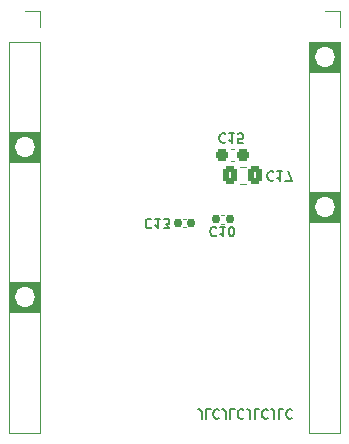
<source format=gbr>
%TF.GenerationSoftware,KiCad,Pcbnew,(6.0.0-0)*%
%TF.CreationDate,2022-01-12T16:50:32+09:00*%
%TF.ProjectId,ADAU1701-RPPico-module,41444155-3137-4303-912d-52505069636f,B*%
%TF.SameCoordinates,Original*%
%TF.FileFunction,Legend,Bot*%
%TF.FilePolarity,Positive*%
%FSLAX46Y46*%
G04 Gerber Fmt 4.6, Leading zero omitted, Abs format (unit mm)*
G04 Created by KiCad (PCBNEW (6.0.0-0)) date 2022-01-12 16:50:32*
%MOMM*%
%LPD*%
G01*
G04 APERTURE LIST*
G04 Aperture macros list*
%AMRoundRect*
0 Rectangle with rounded corners*
0 $1 Rounding radius*
0 $2 $3 $4 $5 $6 $7 $8 $9 X,Y pos of 4 corners*
0 Add a 4 corners polygon primitive as box body*
4,1,4,$2,$3,$4,$5,$6,$7,$8,$9,$2,$3,0*
0 Add four circle primitives for the rounded corners*
1,1,$1+$1,$2,$3*
1,1,$1+$1,$4,$5*
1,1,$1+$1,$6,$7*
1,1,$1+$1,$8,$9*
0 Add four rect primitives between the rounded corners*
20,1,$1+$1,$2,$3,$4,$5,0*
20,1,$1+$1,$4,$5,$6,$7,0*
20,1,$1+$1,$6,$7,$8,$9,0*
20,1,$1+$1,$8,$9,$2,$3,0*%
G04 Aperture macros list end*
%ADD10C,0.120000*%
%ADD11C,0.150000*%
%ADD12RoundRect,0.237500X0.300000X0.237500X-0.300000X0.237500X-0.300000X-0.237500X0.300000X-0.237500X0*%
%ADD13R,1.700000X1.700000*%
%ADD14O,1.700000X1.700000*%
%ADD15RoundRect,0.155000X0.212500X0.155000X-0.212500X0.155000X-0.212500X-0.155000X0.212500X-0.155000X0*%
%ADD16RoundRect,0.250000X0.337500X0.475000X-0.337500X0.475000X-0.337500X-0.475000X0.337500X-0.475000X0*%
G04 APERTURE END LIST*
D10*
X148590000Y-59690000D02*
X151130000Y-59690000D01*
X151130000Y-59690000D02*
X151130000Y-62230000D01*
X151130000Y-62230000D02*
X148590000Y-62230000D01*
X148590000Y-62230000D02*
X148590000Y-59690000D01*
G36*
X148590000Y-59690000D02*
G01*
X151130000Y-59690000D01*
X151130000Y-62230000D01*
X148590000Y-62230000D01*
X148590000Y-59690000D01*
G37*
X148590000Y-72390000D02*
X151130000Y-72390000D01*
X151130000Y-72390000D02*
X151130000Y-74930000D01*
X151130000Y-74930000D02*
X148590000Y-74930000D01*
X148590000Y-74930000D02*
X148590000Y-72390000D01*
G36*
X148590000Y-72390000D02*
G01*
X151130000Y-72390000D01*
X151130000Y-74930000D01*
X148590000Y-74930000D01*
X148590000Y-72390000D01*
G37*
X123190000Y-79974000D02*
X125730000Y-79974000D01*
X125730000Y-79974000D02*
X125730000Y-82514000D01*
X125730000Y-82514000D02*
X123190000Y-82514000D01*
X123190000Y-82514000D02*
X123190000Y-79974000D01*
G36*
X123190000Y-79974000D02*
G01*
X125730000Y-79974000D01*
X125730000Y-82514000D01*
X123190000Y-82514000D01*
X123190000Y-79974000D01*
G37*
X123190000Y-67310000D02*
X125730000Y-67310000D01*
X125730000Y-67310000D02*
X125730000Y-69850000D01*
X125730000Y-69850000D02*
X123190000Y-69850000D01*
X123190000Y-69850000D02*
X123190000Y-67310000D01*
G36*
X123190000Y-67310000D02*
G01*
X125730000Y-67310000D01*
X125730000Y-69850000D01*
X123190000Y-69850000D01*
X123190000Y-67310000D01*
G37*
D11*
X139426547Y-91588095D02*
X139426547Y-91016666D01*
X139388452Y-90902380D01*
X139312261Y-90826190D01*
X139197976Y-90788095D01*
X139121785Y-90788095D01*
X140188452Y-90788095D02*
X139807500Y-90788095D01*
X139807500Y-91588095D01*
X140912261Y-90864285D02*
X140874166Y-90826190D01*
X140759880Y-90788095D01*
X140683690Y-90788095D01*
X140569404Y-90826190D01*
X140493214Y-90902380D01*
X140455119Y-90978571D01*
X140417023Y-91130952D01*
X140417023Y-91245238D01*
X140455119Y-91397619D01*
X140493214Y-91473809D01*
X140569404Y-91550000D01*
X140683690Y-91588095D01*
X140759880Y-91588095D01*
X140874166Y-91550000D01*
X140912261Y-91511904D01*
X141483690Y-91588095D02*
X141483690Y-91016666D01*
X141445595Y-90902380D01*
X141369404Y-90826190D01*
X141255119Y-90788095D01*
X141178928Y-90788095D01*
X142245595Y-90788095D02*
X141864642Y-90788095D01*
X141864642Y-91588095D01*
X142969404Y-90864285D02*
X142931309Y-90826190D01*
X142817023Y-90788095D01*
X142740833Y-90788095D01*
X142626547Y-90826190D01*
X142550357Y-90902380D01*
X142512261Y-90978571D01*
X142474166Y-91130952D01*
X142474166Y-91245238D01*
X142512261Y-91397619D01*
X142550357Y-91473809D01*
X142626547Y-91550000D01*
X142740833Y-91588095D01*
X142817023Y-91588095D01*
X142931309Y-91550000D01*
X142969404Y-91511904D01*
X143540833Y-91588095D02*
X143540833Y-91016666D01*
X143502738Y-90902380D01*
X143426547Y-90826190D01*
X143312261Y-90788095D01*
X143236071Y-90788095D01*
X144302738Y-90788095D02*
X143921785Y-90788095D01*
X143921785Y-91588095D01*
X145026547Y-90864285D02*
X144988452Y-90826190D01*
X144874166Y-90788095D01*
X144797976Y-90788095D01*
X144683690Y-90826190D01*
X144607500Y-90902380D01*
X144569404Y-90978571D01*
X144531309Y-91130952D01*
X144531309Y-91245238D01*
X144569404Y-91397619D01*
X144607500Y-91473809D01*
X144683690Y-91550000D01*
X144797976Y-91588095D01*
X144874166Y-91588095D01*
X144988452Y-91550000D01*
X145026547Y-91511904D01*
X145597976Y-91588095D02*
X145597976Y-91016666D01*
X145559880Y-90902380D01*
X145483690Y-90826190D01*
X145369404Y-90788095D01*
X145293214Y-90788095D01*
X146359880Y-90788095D02*
X145978928Y-90788095D01*
X145978928Y-91588095D01*
X147083690Y-90864285D02*
X147045595Y-90826190D01*
X146931309Y-90788095D01*
X146855119Y-90788095D01*
X146740833Y-90826190D01*
X146664642Y-90902380D01*
X146626547Y-90978571D01*
X146588452Y-91130952D01*
X146588452Y-91245238D01*
X146626547Y-91397619D01*
X146664642Y-91473809D01*
X146740833Y-91550000D01*
X146855119Y-91588095D01*
X146931309Y-91588095D01*
X147045595Y-91550000D01*
X147083690Y-91511904D01*
%TO.C,C15*%
X141443714Y-67496285D02*
X141405619Y-67458190D01*
X141291333Y-67420095D01*
X141215142Y-67420095D01*
X141100857Y-67458190D01*
X141024666Y-67534380D01*
X140986571Y-67610571D01*
X140948476Y-67762952D01*
X140948476Y-67877238D01*
X140986571Y-68029619D01*
X141024666Y-68105809D01*
X141100857Y-68182000D01*
X141215142Y-68220095D01*
X141291333Y-68220095D01*
X141405619Y-68182000D01*
X141443714Y-68143904D01*
X142205619Y-67420095D02*
X141748476Y-67420095D01*
X141977047Y-67420095D02*
X141977047Y-68220095D01*
X141900857Y-68105809D01*
X141824666Y-68029619D01*
X141748476Y-67991523D01*
X142929428Y-68220095D02*
X142548476Y-68220095D01*
X142510380Y-67839142D01*
X142548476Y-67877238D01*
X142624666Y-67915333D01*
X142815142Y-67915333D01*
X142891333Y-67877238D01*
X142929428Y-67839142D01*
X142967523Y-67762952D01*
X142967523Y-67572476D01*
X142929428Y-67496285D01*
X142891333Y-67458190D01*
X142815142Y-67420095D01*
X142624666Y-67420095D01*
X142548476Y-67458190D01*
X142510380Y-67496285D01*
%TO.C,C13*%
X135185714Y-74714285D02*
X135147619Y-74676190D01*
X135033333Y-74638095D01*
X134957142Y-74638095D01*
X134842857Y-74676190D01*
X134766666Y-74752380D01*
X134728571Y-74828571D01*
X134690476Y-74980952D01*
X134690476Y-75095238D01*
X134728571Y-75247619D01*
X134766666Y-75323809D01*
X134842857Y-75400000D01*
X134957142Y-75438095D01*
X135033333Y-75438095D01*
X135147619Y-75400000D01*
X135185714Y-75361904D01*
X135947619Y-74638095D02*
X135490476Y-74638095D01*
X135719047Y-74638095D02*
X135719047Y-75438095D01*
X135642857Y-75323809D01*
X135566666Y-75247619D01*
X135490476Y-75209523D01*
X136214285Y-75438095D02*
X136709523Y-75438095D01*
X136442857Y-75133333D01*
X136557142Y-75133333D01*
X136633333Y-75095238D01*
X136671428Y-75057142D01*
X136709523Y-74980952D01*
X136709523Y-74790476D01*
X136671428Y-74714285D01*
X136633333Y-74676190D01*
X136557142Y-74638095D01*
X136328571Y-74638095D01*
X136252380Y-74676190D01*
X136214285Y-74714285D01*
%TO.C,C17*%
X145507714Y-70704285D02*
X145469619Y-70666190D01*
X145355333Y-70628095D01*
X145279142Y-70628095D01*
X145164857Y-70666190D01*
X145088666Y-70742380D01*
X145050571Y-70818571D01*
X145012476Y-70970952D01*
X145012476Y-71085238D01*
X145050571Y-71237619D01*
X145088666Y-71313809D01*
X145164857Y-71390000D01*
X145279142Y-71428095D01*
X145355333Y-71428095D01*
X145469619Y-71390000D01*
X145507714Y-71351904D01*
X146269619Y-70628095D02*
X145812476Y-70628095D01*
X146041047Y-70628095D02*
X146041047Y-71428095D01*
X145964857Y-71313809D01*
X145888666Y-71237619D01*
X145812476Y-71199523D01*
X146536285Y-71428095D02*
X147069619Y-71428095D01*
X146726761Y-70628095D01*
%TO.C,C10*%
X140681714Y-75414234D02*
X140643619Y-75376139D01*
X140529333Y-75338044D01*
X140453142Y-75338044D01*
X140338857Y-75376139D01*
X140262666Y-75452329D01*
X140224571Y-75528520D01*
X140186476Y-75680901D01*
X140186476Y-75795187D01*
X140224571Y-75947568D01*
X140262666Y-76023758D01*
X140338857Y-76099949D01*
X140453142Y-76138044D01*
X140529333Y-76138044D01*
X140643619Y-76099949D01*
X140681714Y-76061853D01*
X141443619Y-75338044D02*
X140986476Y-75338044D01*
X141215047Y-75338044D02*
X141215047Y-76138044D01*
X141138857Y-76023758D01*
X141062666Y-75947568D01*
X140986476Y-75909472D01*
X141938857Y-76138044D02*
X142015047Y-76138044D01*
X142091238Y-76099949D01*
X142129333Y-76061853D01*
X142167428Y-75985663D01*
X142205523Y-75833282D01*
X142205523Y-75642806D01*
X142167428Y-75490425D01*
X142129333Y-75414234D01*
X142091238Y-75376139D01*
X142015047Y-75338044D01*
X141938857Y-75338044D01*
X141862666Y-75376139D01*
X141824571Y-75414234D01*
X141786476Y-75490425D01*
X141748380Y-75642806D01*
X141748380Y-75833282D01*
X141786476Y-75985663D01*
X141824571Y-76061853D01*
X141862666Y-76099949D01*
X141938857Y-76138044D01*
D10*
%TO.C,C15*%
X142198767Y-69760000D02*
X141906233Y-69760000D01*
X142198767Y-68740000D02*
X141906233Y-68740000D01*
%TO.C,J2*%
X151190000Y-92770000D02*
X148530000Y-92770000D01*
X151190000Y-59690000D02*
X148530000Y-59690000D01*
X151190000Y-57090000D02*
X149860000Y-57090000D01*
X151190000Y-59690000D02*
X151190000Y-92770000D01*
X151190000Y-58420000D02*
X151190000Y-57090000D01*
X148530000Y-59690000D02*
X148530000Y-92770000D01*
%TO.C,C13*%
X138115835Y-75360000D02*
X137884165Y-75360000D01*
X138115835Y-74640000D02*
X137884165Y-74640000D01*
%TO.C,C17*%
X143168752Y-70255000D02*
X142646248Y-70255000D01*
X143168752Y-71725000D02*
X142646248Y-71725000D01*
%TO.C,C10*%
X141345835Y-75070000D02*
X141114165Y-75070000D01*
X141345835Y-74350000D02*
X141114165Y-74350000D01*
%TO.C,J1*%
X125790000Y-92770000D02*
X123130000Y-92770000D01*
X125790000Y-57090000D02*
X124460000Y-57090000D01*
X125790000Y-59690000D02*
X123130000Y-59690000D01*
X123130000Y-59690000D02*
X123130000Y-92770000D01*
X125790000Y-59690000D02*
X125790000Y-92770000D01*
X125790000Y-58420000D02*
X125790000Y-57090000D01*
%TD*%
%LPC*%
D12*
%TO.C,C15*%
X142915000Y-69250000D03*
X141190000Y-69250000D03*
%TD*%
D13*
%TO.C,J2*%
X149860000Y-58420000D03*
D14*
X149860000Y-60960000D03*
X149860000Y-63500000D03*
X149860000Y-66040000D03*
X149860000Y-68580000D03*
X149860000Y-71120000D03*
X149860000Y-73660000D03*
X149860000Y-76200000D03*
X149860000Y-78740000D03*
X149860000Y-81280000D03*
X149860000Y-83820000D03*
X149860000Y-86360000D03*
X149860000Y-88900000D03*
X149860000Y-91440000D03*
%TD*%
D15*
%TO.C,C13*%
X138567500Y-75000000D03*
X137432500Y-75000000D03*
%TD*%
D16*
%TO.C,C17*%
X143945000Y-70990000D03*
X141870000Y-70990000D03*
%TD*%
D15*
%TO.C,C10*%
X141797500Y-74710000D03*
X140662500Y-74710000D03*
%TD*%
D13*
%TO.C,J1*%
X124460000Y-58420000D03*
D14*
X124460000Y-60960000D03*
X124460000Y-63500000D03*
X124460000Y-66040000D03*
X124460000Y-68580000D03*
X124460000Y-71120000D03*
X124460000Y-73660000D03*
X124460000Y-76200000D03*
X124460000Y-78740000D03*
X124460000Y-81280000D03*
X124460000Y-83820000D03*
X124460000Y-86360000D03*
X124460000Y-88900000D03*
X124460000Y-91440000D03*
%TD*%
M02*

</source>
